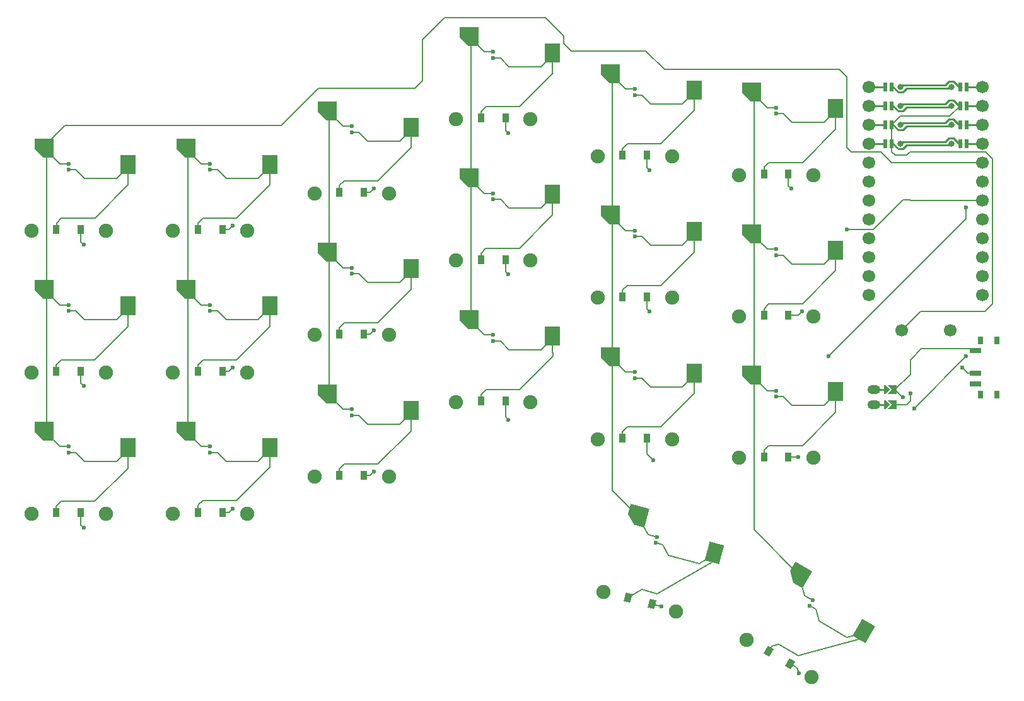
<source format=gbr>
%TF.GenerationSoftware,KiCad,Pcbnew,8.0.6*%
%TF.CreationDate,2024-12-04T22:19:36+00:00*%
%TF.ProjectId,prototype_routed,70726f74-6f74-4797-9065-5f726f757465,v1.0.0*%
%TF.SameCoordinates,Original*%
%TF.FileFunction,Copper,L2,Bot*%
%TF.FilePolarity,Positive*%
%FSLAX46Y46*%
G04 Gerber Fmt 4.6, Leading zero omitted, Abs format (unit mm)*
G04 Created by KiCad (PCBNEW 8.0.6) date 2024-12-04 22:19:36*
%MOMM*%
%LPD*%
G01*
G04 APERTURE LIST*
G04 Aperture macros list*
%AMRotRect*
0 Rectangle, with rotation*
0 The origin of the aperture is its center*
0 $1 length*
0 $2 width*
0 $3 Rotation angle, in degrees counterclockwise*
0 Add horizontal line*
21,1,$1,$2,0,0,$3*%
%AMOutline5P*
0 Free polygon, 5 corners , with rotation*
0 The origin of the aperture is its center*
0 number of corners: always 5*
0 $1 to $10 corner X, Y*
0 $11 Rotation angle, in degrees counterclockwise*
0 create outline with 5 corners*
4,1,5,$1,$2,$3,$4,$5,$6,$7,$8,$9,$10,$1,$2,$11*%
%AMOutline6P*
0 Free polygon, 6 corners , with rotation*
0 The origin of the aperture is its center*
0 number of corners: always 6*
0 $1 to $12 corner X, Y*
0 $13 Rotation angle, in degrees counterclockwise*
0 create outline with 6 corners*
4,1,6,$1,$2,$3,$4,$5,$6,$7,$8,$9,$10,$11,$12,$1,$2,$13*%
%AMOutline7P*
0 Free polygon, 7 corners , with rotation*
0 The origin of the aperture is its center*
0 number of corners: always 7*
0 $1 to $14 corner X, Y*
0 $15 Rotation angle, in degrees counterclockwise*
0 create outline with 7 corners*
4,1,7,$1,$2,$3,$4,$5,$6,$7,$8,$9,$10,$11,$12,$13,$14,$1,$2,$15*%
%AMOutline8P*
0 Free polygon, 8 corners , with rotation*
0 The origin of the aperture is its center*
0 number of corners: always 8*
0 $1 to $16 corner X, Y*
0 $17 Rotation angle, in degrees counterclockwise*
0 create outline with 8 corners*
4,1,8,$1,$2,$3,$4,$5,$6,$7,$8,$9,$10,$11,$12,$13,$14,$15,$16,$1,$2,$17*%
%AMFreePoly0*
4,1,6,0.600000,-1.000000,0.000000,-0.400000,-0.600000,-1.000000,-0.600000,0.250000,0.600000,0.250000,0.600000,-1.000000,0.600000,-1.000000,$1*%
%AMFreePoly1*
4,1,6,0.600000,-0.200000,0.600000,-0.400000,-0.600000,-0.400000,-0.600000,-0.200000,0.000000,0.400000,0.600000,-0.200000,0.600000,-0.200000,$1*%
G04 Aperture macros list end*
%TA.AperFunction,SMDPad,CuDef*%
%ADD10R,0.900000X1.200000*%
%TD*%
%TA.AperFunction,SMDPad,CuDef*%
%ADD11R,0.800000X1.000000*%
%TD*%
%TA.AperFunction,SMDPad,CuDef*%
%ADD12R,1.500000X0.700000*%
%TD*%
%TA.AperFunction,SMDPad,CuDef*%
%ADD13RotRect,0.900000X1.200000X165.000000*%
%TD*%
%TA.AperFunction,SMDPad,CuDef*%
%ADD14FreePoly0,270.000000*%
%TD*%
%TA.AperFunction,ComponentPad*%
%ADD15O,1.750000X1.200000*%
%TD*%
%TA.AperFunction,SMDPad,CuDef*%
%ADD16FreePoly1,270.000000*%
%TD*%
%TA.AperFunction,SMDPad,CuDef*%
%ADD17RotRect,0.900000X1.200000X150.000000*%
%TD*%
%TA.AperFunction,ComponentPad*%
%ADD18C,1.700000*%
%TD*%
%TA.AperFunction,SMDPad,CuDef*%
%ADD19R,0.600000X1.200000*%
%TD*%
%TA.AperFunction,ComponentPad*%
%ADD20C,0.800000*%
%TD*%
%TA.AperFunction,ComponentPad*%
%ADD21C,1.900000*%
%TD*%
%TA.AperFunction,SMDPad,CuDef*%
%ADD22Outline5P,-1.300000X1.300000X1.300000X1.300000X1.300000X-1.300000X-0.117000X-1.300000X-1.300000X-0.117000X0.000000*%
%TD*%
%TA.AperFunction,SMDPad,CuDef*%
%ADD23R,2.000000X2.600000*%
%TD*%
%TA.AperFunction,SMDPad,CuDef*%
%ADD24Outline5P,-1.300000X1.300000X1.300000X1.300000X1.300000X-1.300000X-0.117000X-1.300000X-1.300000X-0.117000X330.000000*%
%TD*%
%TA.AperFunction,SMDPad,CuDef*%
%ADD25RotRect,2.000000X2.600000X330.000000*%
%TD*%
%TA.AperFunction,SMDPad,CuDef*%
%ADD26Outline5P,-1.300000X1.300000X1.300000X1.300000X1.300000X-1.300000X-0.117000X-1.300000X-1.300000X-0.117000X345.000000*%
%TD*%
%TA.AperFunction,SMDPad,CuDef*%
%ADD27RotRect,2.000000X2.600000X345.000000*%
%TD*%
%TA.AperFunction,ViaPad*%
%ADD28C,0.600000*%
%TD*%
%TA.AperFunction,Conductor*%
%ADD29C,0.200000*%
%TD*%
%TA.AperFunction,Conductor*%
%ADD30C,0.250000*%
%TD*%
G04 APERTURE END LIST*
D10*
%TO.P,D7,1*%
%TO.N,R2*%
X188662500Y-160662501D03*
%TO.P,D7,2*%
%TO.N,ring_bottom*%
X185362500Y-160662499D03*
%TD*%
D11*
%TO.P,PWR1,*%
%TO.N,*%
X271427498Y-149812500D03*
X271427499Y-142512500D03*
X273637499Y-142512500D03*
X273637499Y-149812500D03*
D12*
%TO.P,PWR1,1*%
%TO.N,BAT_P*%
X270777499Y-143912500D03*
%TO.P,PWR1,2*%
%TO.N,RAW*%
X270777499Y-146912500D03*
%TO.P,PWR1,3*%
%TO.N,N/C*%
X270777499Y-148412500D03*
%TD*%
D10*
%TO.P,D14,1*%
%TO.N,R1*%
X226662500Y-136662500D03*
%TO.P,D14,2*%
%TO.N,index_home*%
X223362500Y-136662498D03*
%TD*%
%TO.P,D11,1*%
%TO.N,R1*%
X207662499Y-131662501D03*
%TO.P,D11,2*%
%TO.N,middle_home*%
X204362499Y-131662499D03*
%TD*%
%TO.P,D12,1*%
%TO.N,R0*%
X207662501Y-112662501D03*
%TO.P,D12,2*%
%TO.N,middle_top*%
X204362501Y-112662499D03*
%TD*%
D13*
%TO.P,D19,1*%
%TO.N,R3*%
X227312183Y-177919179D03*
%TO.P,D19,2*%
%TO.N,layer_cluster*%
X224124627Y-177065079D03*
%TD*%
D10*
%TO.P,D8,1*%
%TO.N,R1*%
X188662500Y-141662501D03*
%TO.P,D8,2*%
%TO.N,ring_home*%
X185362500Y-141662499D03*
%TD*%
%TO.P,D9,1*%
%TO.N,R0*%
X188662500Y-122662501D03*
%TO.P,D9,2*%
%TO.N,ring_top*%
X185362500Y-122662499D03*
%TD*%
%TO.P,D5,1*%
%TO.N,R1*%
X169662501Y-146662501D03*
%TO.P,D5,2*%
%TO.N,pinky_home*%
X166362501Y-146662499D03*
%TD*%
%TO.P,D16,1*%
%TO.N,R2*%
X245662500Y-158162500D03*
%TO.P,D16,2*%
%TO.N,indexfar_bottom*%
X242362500Y-158162498D03*
%TD*%
D14*
%TO.P,JST1,1*%
%TO.N,BAT_P*%
X259928499Y-149162499D03*
%TO.P,JST1,2*%
%TO.N,GND*%
X259928499Y-151162499D03*
D15*
%TO.P,JST1,11*%
%TO.N,JST1_1*%
X257112499Y-151162499D03*
%TO.P,JST1,12*%
%TO.N,JST1_2*%
X257112499Y-149162499D03*
D16*
%TO.P,JST1,31*%
%TO.N,JST1_1*%
X258912499Y-151162500D03*
%TO.P,JST1,32*%
%TO.N,JST1_2*%
X258912499Y-149162499D03*
%TD*%
D17*
%TO.P,D20,1*%
%TO.N,R3*%
X245892108Y-185967238D03*
%TO.P,D20,2*%
%TO.N,space_cluster*%
X243034224Y-184317240D03*
%TD*%
D10*
%TO.P,D18,1*%
%TO.N,R0*%
X245662499Y-120162500D03*
%TO.P,D18,2*%
%TO.N,indexfar_top*%
X242362499Y-120162498D03*
%TD*%
%TO.P,D15,1*%
%TO.N,R0*%
X226662500Y-117662500D03*
%TO.P,D15,2*%
%TO.N,index_top*%
X223362500Y-117662498D03*
%TD*%
%TO.P,D6,1*%
%TO.N,R0*%
X169662500Y-127662500D03*
%TO.P,D6,2*%
%TO.N,pinky_top*%
X166362500Y-127662498D03*
%TD*%
%TO.P,D13,1*%
%TO.N,R2*%
X226662499Y-155662501D03*
%TO.P,D13,2*%
%TO.N,index_bottom*%
X223362499Y-155662499D03*
%TD*%
D18*
%TO.P,RST1,1*%
%TO.N,RST*%
X267362500Y-141162500D03*
%TO.P,RST1,2*%
%TO.N,GND*%
X260862500Y-141162500D03*
%TD*%
D10*
%TO.P,D1,1*%
%TO.N,R2*%
X150662500Y-165662501D03*
%TO.P,D1,2*%
%TO.N,outer_bottom*%
X147362500Y-165662499D03*
%TD*%
%TO.P,D2,1*%
%TO.N,R1*%
X150662500Y-146662502D03*
%TO.P,D2,2*%
%TO.N,outer_home*%
X147362500Y-146662500D03*
%TD*%
%TO.P,D4,1*%
%TO.N,R2*%
X169662501Y-165662501D03*
%TO.P,D4,2*%
%TO.N,pinky_bottom*%
X166362501Y-165662499D03*
%TD*%
%TO.P,D10,1*%
%TO.N,R2*%
X207662499Y-150662501D03*
%TO.P,D10,2*%
%TO.N,middle_bottom*%
X204362499Y-150662499D03*
%TD*%
%TO.P,D17,1*%
%TO.N,R1*%
X245662500Y-139162502D03*
%TO.P,D17,2*%
%TO.N,indexfar_home*%
X242362500Y-139162500D03*
%TD*%
%TO.P,D3,1*%
%TO.N,R0*%
X150662500Y-127662501D03*
%TO.P,D3,2*%
%TO.N,outer_top*%
X147362500Y-127662499D03*
%TD*%
D18*
%TO.P,MCU1,1*%
%TO.N,MCU1_1*%
X271732500Y-108462500D03*
%TO.P,MCU1,2*%
%TO.N,MCU1_2*%
X271732500Y-111002499D03*
%TO.P,MCU1,3*%
%TO.N,MCU1_3*%
X271732500Y-113542500D03*
%TO.P,MCU1,4*%
%TO.N,MCU1_4*%
X271732500Y-116082500D03*
%TO.P,MCU1,5*%
%TO.N,C0*%
X271732500Y-118622500D03*
%TO.P,MCU1,6*%
%TO.N,C1*%
X271732500Y-121162500D03*
%TO.P,MCU1,7*%
%TO.N,C2*%
X271732500Y-123702499D03*
%TO.P,MCU1,8*%
%TO.N,C3*%
X271732500Y-126242500D03*
%TO.P,MCU1,9*%
%TO.N,C4*%
X271732500Y-128782500D03*
%TO.P,MCU1,10*%
%TO.N,C5*%
X271732500Y-131322500D03*
%TO.P,MCU1,11*%
%TO.N,P16*%
X271732500Y-133862500D03*
%TO.P,MCU1,12*%
%TO.N,P10*%
X271732500Y-136402500D03*
%TO.P,MCU1,13*%
%TO.N,P9*%
X256492499Y-136402500D03*
%TO.P,MCU1,14*%
%TO.N,R3*%
X256492500Y-133862500D03*
%TO.P,MCU1,15*%
%TO.N,R2*%
X256492500Y-131322501D03*
%TO.P,MCU1,16*%
%TO.N,R1*%
X256492500Y-128782500D03*
%TO.P,MCU1,17*%
%TO.N,R0*%
X256492500Y-126242500D03*
%TO.P,MCU1,18*%
%TO.N,P4*%
X256492500Y-123702500D03*
%TO.P,MCU1,19*%
%TO.N,P3*%
X256492500Y-121162500D03*
%TO.P,MCU1,20*%
%TO.N,P2*%
X256492500Y-118622501D03*
%TO.P,MCU1,21*%
%TO.N,MCU1_21*%
X256492500Y-116082500D03*
D19*
X258632500Y-116082500D03*
%TO.N,MCU1_4*%
X269592501Y-116082499D03*
D18*
%TO.P,MCU1,22*%
%TO.N,MCU1_22*%
X256492500Y-113542500D03*
D19*
X258632500Y-113542500D03*
%TO.N,MCU1_3*%
X269592500Y-113542500D03*
D18*
%TO.P,MCU1,23*%
%TO.N,MCU1_23*%
X256492500Y-111002500D03*
D19*
X258632500Y-111002500D03*
%TO.N,MCU1_2*%
X269592500Y-111002500D03*
D18*
%TO.P,MCU1,24*%
%TO.N,MCU1_24*%
X256492500Y-108462500D03*
D19*
X258632500Y-108462500D03*
%TO.N,MCU1_1*%
X269592500Y-108462500D03*
%TO.P,MCU1,101*%
%TO.N,P1*%
X259532500Y-108462500D03*
D20*
X267512500Y-108462500D03*
D19*
%TO.P,MCU1,102*%
%TO.N,P0*%
X259532500Y-111002500D03*
D20*
X267512500Y-111002500D03*
D19*
%TO.P,MCU1,103*%
%TO.N,GND*%
X259532501Y-113542500D03*
D20*
X267512500Y-113542500D03*
D19*
%TO.P,MCU1,104*%
X259532500Y-116082500D03*
D20*
X267512500Y-116082500D03*
%TO.P,MCU1,121*%
%TO.N,VCC*%
X260712500Y-116082499D03*
D19*
X268692500Y-116082501D03*
D20*
%TO.P,MCU1,122*%
%TO.N,RST*%
X260712501Y-113542500D03*
D19*
X268692500Y-113542499D03*
D20*
%TO.P,MCU1,123*%
%TO.N,GND*%
X260712500Y-111002500D03*
D19*
X268692501Y-111002499D03*
D20*
%TO.P,MCU1,124*%
%TO.N,RAW*%
X260712500Y-108462500D03*
D19*
X268692500Y-108462500D03*
%TD*%
D21*
%TO.P,S11,*%
%TO.N,*%
X201012500Y-131812501D03*
X211012500Y-131812501D03*
D22*
%TO.P,S11,1*%
%TO.N,C3*%
X202737500Y-120712501D03*
D23*
%TO.P,S11,2*%
%TO.N,middle_home*%
X213987500Y-122912500D03*
%TD*%
D21*
%TO.P,S16,*%
%TO.N,*%
X239012500Y-158312499D03*
X249012500Y-158312499D03*
D22*
%TO.P,S16,1*%
%TO.N,C5*%
X240737500Y-147212499D03*
D23*
%TO.P,S16,2*%
%TO.N,indexfar_bottom*%
X251987500Y-149412498D03*
%TD*%
D21*
%TO.P,S14,*%
%TO.N,*%
X220012499Y-136812499D03*
X230012499Y-136812499D03*
D22*
%TO.P,S14,1*%
%TO.N,C4*%
X221737499Y-125712499D03*
D23*
%TO.P,S14,2*%
%TO.N,index_home*%
X232987499Y-127912498D03*
%TD*%
D21*
%TO.P,S13,*%
%TO.N,*%
X220012500Y-155812500D03*
X230012500Y-155812500D03*
D22*
%TO.P,S13,1*%
%TO.N,C4*%
X221737500Y-144712500D03*
D23*
%TO.P,S13,2*%
%TO.N,index_bottom*%
X232987500Y-146912499D03*
%TD*%
D21*
%TO.P,S4,*%
%TO.N,*%
X163012500Y-165812500D03*
X173012500Y-165812500D03*
D22*
%TO.P,S4,1*%
%TO.N,C1*%
X164737500Y-154712500D03*
D23*
%TO.P,S4,2*%
%TO.N,pinky_bottom*%
X175987500Y-156912499D03*
%TD*%
D21*
%TO.P,S9,*%
%TO.N,*%
X182012500Y-122812500D03*
X192012500Y-122812500D03*
D22*
%TO.P,S9,1*%
%TO.N,C2*%
X183737500Y-111712500D03*
D23*
%TO.P,S9,2*%
%TO.N,ring_top*%
X194987500Y-113912499D03*
%TD*%
D21*
%TO.P,S15,*%
%TO.N,*%
X220012500Y-117812499D03*
X230012500Y-117812499D03*
D22*
%TO.P,S15,1*%
%TO.N,C4*%
X221737500Y-106712499D03*
D23*
%TO.P,S15,2*%
%TO.N,index_top*%
X232987500Y-108912498D03*
%TD*%
D21*
%TO.P,S18,*%
%TO.N,*%
X239012501Y-120312500D03*
X249012501Y-120312500D03*
D22*
%TO.P,S18,1*%
%TO.N,C5*%
X240737501Y-109212500D03*
D23*
%TO.P,S18,2*%
%TO.N,indexfar_top*%
X251987501Y-111412499D03*
%TD*%
D21*
%TO.P,S10,*%
%TO.N,*%
X201012500Y-150812500D03*
X211012500Y-150812500D03*
D22*
%TO.P,S10,1*%
%TO.N,C3*%
X202737500Y-139712500D03*
D23*
%TO.P,S10,2*%
%TO.N,middle_bottom*%
X213987500Y-141912499D03*
%TD*%
D21*
%TO.P,S20,*%
%TO.N,*%
X240058040Y-182772144D03*
X248718294Y-187772144D03*
D24*
%TO.P,S20,1*%
%TO.N,C5*%
X247101934Y-174021762D03*
D25*
%TO.P,S20,2*%
%TO.N,space_cluster*%
X255744720Y-181552018D03*
%TD*%
D21*
%TO.P,S19,*%
%TO.N,*%
X220849954Y-176342923D03*
X230509212Y-178931113D03*
D26*
%TO.P,S19,1*%
%TO.N,C4*%
X225389067Y-166067609D03*
D27*
%TO.P,S19,2*%
%TO.N,layer_cluster*%
X235686331Y-171104360D03*
%TD*%
D21*
%TO.P,S6,*%
%TO.N,*%
X163012501Y-127812500D03*
X173012501Y-127812500D03*
D22*
%TO.P,S6,1*%
%TO.N,C1*%
X164737501Y-116712500D03*
D23*
%TO.P,S6,2*%
%TO.N,pinky_top*%
X175987501Y-118912499D03*
%TD*%
D21*
%TO.P,S2,*%
%TO.N,*%
X144012499Y-146812501D03*
X154012499Y-146812501D03*
D22*
%TO.P,S2,1*%
%TO.N,C0*%
X145737499Y-135712501D03*
D23*
%TO.P,S2,2*%
%TO.N,outer_home*%
X156987499Y-137912500D03*
%TD*%
D21*
%TO.P,S1,*%
%TO.N,*%
X144012499Y-165812500D03*
X154012499Y-165812500D03*
D22*
%TO.P,S1,1*%
%TO.N,C0*%
X145737499Y-154712500D03*
D23*
%TO.P,S1,2*%
%TO.N,outer_bottom*%
X156987499Y-156912499D03*
%TD*%
D21*
%TO.P,S17,*%
%TO.N,*%
X239012500Y-139312500D03*
X249012500Y-139312500D03*
D22*
%TO.P,S17,1*%
%TO.N,C5*%
X240737500Y-128212500D03*
D23*
%TO.P,S17,2*%
%TO.N,indexfar_home*%
X251987500Y-130412499D03*
%TD*%
D21*
%TO.P,S8,*%
%TO.N,*%
X182012499Y-141812501D03*
X192012499Y-141812501D03*
D22*
%TO.P,S8,1*%
%TO.N,C2*%
X183737499Y-130712501D03*
D23*
%TO.P,S8,2*%
%TO.N,ring_home*%
X194987499Y-132912500D03*
%TD*%
D21*
%TO.P,S3,*%
%TO.N,*%
X144012500Y-127812501D03*
X154012500Y-127812501D03*
D22*
%TO.P,S3,1*%
%TO.N,C0*%
X145737500Y-116712501D03*
D23*
%TO.P,S3,2*%
%TO.N,outer_top*%
X156987500Y-118912500D03*
%TD*%
D21*
%TO.P,S12,*%
%TO.N,*%
X201012499Y-112812500D03*
X211012499Y-112812500D03*
D22*
%TO.P,S12,1*%
%TO.N,C3*%
X202737499Y-101712500D03*
D23*
%TO.P,S12,2*%
%TO.N,middle_top*%
X213987499Y-103912499D03*
%TD*%
D21*
%TO.P,S7,*%
%TO.N,*%
X182012501Y-160812499D03*
X192012501Y-160812499D03*
D22*
%TO.P,S7,1*%
%TO.N,C2*%
X183737501Y-149712499D03*
D23*
%TO.P,S7,2*%
%TO.N,ring_bottom*%
X194987501Y-151912498D03*
%TD*%
D21*
%TO.P,S5,*%
%TO.N,*%
X163012499Y-146812501D03*
X173012499Y-146812501D03*
D22*
%TO.P,S5,1*%
%TO.N,C1*%
X164737499Y-135712501D03*
D23*
%TO.P,S5,2*%
%TO.N,pinky_home*%
X175987499Y-137912500D03*
%TD*%
D28*
%TO.N,C0*%
X149012500Y-156787501D03*
X149012500Y-118787500D03*
X149012500Y-137787501D03*
%TO.N,outer_bottom*%
X149012500Y-157587500D03*
%TO.N,GND*%
X262012500Y-149662500D03*
%TO.N,outer_home*%
X149012500Y-138587501D03*
%TO.N,outer_top*%
X149012499Y-119587500D03*
%TO.N,C1*%
X251012500Y-144662499D03*
X168012499Y-156787501D03*
X269512500Y-124662501D03*
X168012500Y-137787500D03*
X168012499Y-118787500D03*
%TO.N,pinky_bottom*%
X168012500Y-157587500D03*
%TO.N,pinky_home*%
X168012500Y-138587500D03*
%TO.N,pinky_top*%
X168012499Y-119587499D03*
%TO.N,C2*%
X187012500Y-113787500D03*
X187012500Y-132787500D03*
X187012499Y-151787500D03*
X253512500Y-127662501D03*
%TO.N,ring_bottom*%
X187012500Y-152587500D03*
%TO.N,ring_home*%
X187012500Y-133587500D03*
%TO.N,ring_top*%
X187012500Y-114587499D03*
%TO.N,C3*%
X206012499Y-103787499D03*
X206012500Y-141787501D03*
X206012499Y-122787499D03*
%TO.N,middle_bottom*%
X206012499Y-142587500D03*
%TO.N,middle_home*%
X206012501Y-123587500D03*
%TO.N,middle_top*%
X206012500Y-104587500D03*
%TO.N,C4*%
X225012499Y-146787500D03*
X225012498Y-108787501D03*
X228015425Y-168919536D03*
X225012499Y-127787500D03*
%TO.N,index_bottom*%
X225012500Y-147587500D03*
%TO.N,index_home*%
X225012501Y-128587500D03*
%TO.N,index_top*%
X225012501Y-109587499D03*
%TO.N,C5*%
X244012500Y-149287500D03*
X244012500Y-111287499D03*
X244012500Y-130287499D03*
X248900666Y-177456264D03*
%TO.N,indexfar_bottom*%
X244012500Y-150087499D03*
%TO.N,indexfar_home*%
X244012499Y-131087500D03*
%TO.N,indexfar_top*%
X244012500Y-112087500D03*
%TO.N,layer_cluster*%
X227808369Y-169692278D03*
%TO.N,space_cluster*%
X248500667Y-178149084D03*
%TO.N,R2*%
X190012499Y-160162501D03*
X247012499Y-158162499D03*
X171012499Y-165162500D03*
X151012500Y-167662501D03*
X227512499Y-158662501D03*
X208012498Y-153162500D03*
%TO.N,R1*%
X190012499Y-141162500D03*
X151012500Y-148662500D03*
X208012499Y-133662500D03*
X171012500Y-146162501D03*
X227012500Y-138662500D03*
X247512499Y-138662499D03*
%TO.N,R0*%
X151012500Y-129662501D03*
X246012499Y-122162500D03*
X227012499Y-119662500D03*
X171012500Y-127162500D03*
X208012499Y-114662500D03*
X190012500Y-122162500D03*
%TO.N,R3*%
X247032155Y-187212176D03*
X228617675Y-178278579D03*
%TO.N,RAW*%
X269012500Y-146162499D03*
%TO.N,BAT_P*%
X261012500Y-150162499D03*
X269512500Y-144662499D03*
X262512500Y-151662499D03*
%TD*%
D29*
%TO.N,C0*%
X177512500Y-113662500D02*
X182512499Y-108662500D01*
X199512501Y-99162499D02*
X213012499Y-99162500D01*
X229012500Y-106162499D02*
X252512499Y-106162501D01*
X146012500Y-154437500D02*
X145737499Y-154712499D01*
X226512500Y-103662500D02*
X229012500Y-106162499D01*
X259512499Y-118662499D02*
X259552500Y-118622500D01*
X216512499Y-103662500D02*
X226512500Y-103662500D01*
X252512499Y-106162501D02*
X253512501Y-107162499D01*
X145737499Y-116712500D02*
X146012499Y-116987500D01*
X254082500Y-117232500D02*
X258082500Y-117232499D01*
X145737499Y-116712500D02*
X147812500Y-118787499D01*
X145737499Y-116712500D02*
X145737499Y-116437500D01*
X145737499Y-154712499D02*
X147812500Y-156787501D01*
X147812500Y-118787499D02*
X149012500Y-118787500D01*
X145737500Y-135712499D02*
X146012499Y-135987501D01*
X258082500Y-117232499D02*
X259512499Y-118662499D01*
X145737499Y-116437500D02*
X148512500Y-113662499D01*
X196512499Y-107662500D02*
X196512499Y-102162499D01*
X215512500Y-102662501D02*
X216512499Y-103662500D01*
X146012499Y-135987501D02*
X146012500Y-154437500D01*
X145737500Y-135712499D02*
X147812499Y-137787499D01*
X147812499Y-137787499D02*
X149012500Y-137787501D01*
X253512498Y-116662500D02*
X254082500Y-117232500D01*
X182512499Y-108662500D02*
X195512500Y-108662500D01*
X195512500Y-108662500D02*
X196512499Y-107662500D01*
X196512499Y-102162499D02*
X199512501Y-99162499D01*
X253512501Y-107162499D02*
X253512498Y-116662500D01*
X147812500Y-156787501D02*
X149012500Y-156787501D01*
X213012499Y-99162500D02*
X215512500Y-101662499D01*
X146012499Y-116987500D02*
X146012500Y-135437500D01*
X259552500Y-118622500D02*
X271732500Y-118622500D01*
X148512500Y-113662499D02*
X177512500Y-113662500D01*
X146012500Y-135437500D02*
X145737500Y-135712499D01*
X215512500Y-101662499D02*
X215512500Y-102662501D01*
%TO.N,outer_bottom*%
X152512500Y-164162501D02*
X156987499Y-159687501D01*
X149973666Y-157587500D02*
X149012500Y-157587500D01*
X156987499Y-159687501D02*
X156987500Y-156912500D01*
X147362500Y-164812501D02*
X148012500Y-164162500D01*
X148012500Y-164162500D02*
X152512500Y-164162501D01*
X155433499Y-158766499D02*
X151152666Y-158766500D01*
X151152666Y-158766500D02*
X149973666Y-157587500D01*
X157287500Y-156912501D02*
X155433499Y-158766499D01*
X147362500Y-165662500D02*
X147362500Y-164812501D01*
D30*
%TO.N,GND*%
X268887500Y-111002501D02*
X268537805Y-111002499D01*
D29*
X261512499Y-117662499D02*
X260012499Y-117662499D01*
X263362500Y-138662500D02*
X272012499Y-138662501D01*
X259532499Y-113542501D02*
X259532499Y-116082499D01*
D30*
X261012805Y-114267500D02*
X261507805Y-113772500D01*
X259687195Y-113542500D02*
X260412194Y-114267499D01*
X260412195Y-116807501D02*
X261012805Y-116807499D01*
D29*
X259928500Y-151162501D02*
X261512499Y-151162499D01*
X272012499Y-138662501D02*
X273012500Y-137662500D01*
X268692500Y-111002499D02*
X267302500Y-112392501D01*
X260682499Y-112392499D02*
X259532499Y-113542501D01*
D30*
X259337499Y-113542500D02*
X259687195Y-113542500D01*
X266707194Y-110782500D02*
X260932500Y-110782500D01*
X259687194Y-116082499D02*
X260412195Y-116807501D01*
D29*
X261512499Y-151162499D02*
X262012500Y-150662499D01*
X273012501Y-118162500D02*
X272082499Y-117232500D01*
D30*
X261507804Y-116312500D02*
X267282500Y-116312499D01*
D29*
X262012500Y-150662499D02*
X262012500Y-149662500D01*
D30*
X268537805Y-111002499D02*
X267812805Y-110277500D01*
D29*
X273012500Y-137662500D02*
X273012501Y-118162500D01*
X260012499Y-117662499D02*
X259532500Y-117182501D01*
D30*
X261507805Y-113772500D02*
X267282499Y-113772499D01*
D29*
X272082499Y-117232500D02*
X261942500Y-117232501D01*
D30*
X267212195Y-110277499D02*
X266707194Y-110782500D01*
D29*
X261942500Y-117232501D02*
X261512499Y-117662499D01*
D30*
X259337499Y-116082500D02*
X259687194Y-116082499D01*
D29*
X267302500Y-112392501D02*
X260682499Y-112392499D01*
X259532500Y-117182501D02*
X259532499Y-116082499D01*
D30*
X267812805Y-110277500D02*
X267212195Y-110277499D01*
D29*
X260862499Y-141162500D02*
X263362500Y-138662500D01*
D30*
X260412194Y-114267499D02*
X261012805Y-114267500D01*
X261012805Y-116807499D02*
X261507804Y-116312500D01*
D29*
%TO.N,outer_home*%
X156987501Y-140687500D02*
X156987500Y-137912500D01*
X148012501Y-145162500D02*
X152512500Y-145162500D01*
X149973666Y-138587501D02*
X149012500Y-138587501D01*
X157287499Y-137912500D02*
X155433500Y-139766499D01*
X152512500Y-145162500D02*
X156987501Y-140687500D01*
X147362500Y-145812500D02*
X148012501Y-145162500D01*
X155433500Y-139766499D02*
X151152665Y-139766501D01*
X147362499Y-146662499D02*
X147362500Y-145812500D01*
X151152665Y-139766501D02*
X149973666Y-138587501D01*
%TO.N,outer_top*%
X147387499Y-127637499D02*
X147387499Y-126787500D01*
X152537500Y-126137501D02*
X157012499Y-121662501D01*
X157287499Y-118912500D02*
X155433501Y-120766499D01*
X155433501Y-120766499D02*
X151152665Y-120766501D01*
X147387499Y-126787500D02*
X148037500Y-126137500D01*
X149973666Y-119587501D02*
X149012499Y-119587500D01*
X148037500Y-126137500D02*
X152537500Y-126137501D01*
X151152665Y-120766501D02*
X149973666Y-119587501D01*
X157012499Y-121662501D02*
X156987499Y-121637500D01*
X156987499Y-121637500D02*
X156987499Y-118912499D01*
%TO.N,C1*%
X166812499Y-137787500D02*
X168012500Y-137787500D01*
X165012499Y-135437501D02*
X164737500Y-135712500D01*
X164737499Y-116712500D02*
X165012500Y-116987499D01*
X164737499Y-116712500D02*
X166812500Y-118787500D01*
X269512501Y-126162499D02*
X269512500Y-124662501D01*
X165012500Y-116987499D02*
X165012499Y-135437501D01*
X164737500Y-135712500D02*
X165012499Y-135987500D01*
X165012499Y-135987500D02*
X165012500Y-154437500D01*
X164737499Y-154712500D02*
X166812499Y-156787499D01*
X166812500Y-118787500D02*
X168012499Y-118787500D01*
X251012500Y-144662499D02*
X269512501Y-126162499D01*
X165012500Y-154437500D02*
X164737499Y-154712500D01*
X166812499Y-156787499D02*
X168012499Y-156787501D01*
X164737500Y-135712500D02*
X166812499Y-137787500D01*
%TO.N,pinky_bottom*%
X168973667Y-157587499D02*
X168012500Y-157587500D01*
X174433499Y-158766499D02*
X170152665Y-158766499D01*
X171512500Y-164012500D02*
X175987500Y-159537499D01*
X166362500Y-164662499D02*
X167012500Y-164012499D01*
X175987500Y-159537499D02*
X175987500Y-156912500D01*
X176287500Y-156912501D02*
X174433499Y-158766499D01*
X167012500Y-164012499D02*
X171512500Y-164012500D01*
X166362499Y-165512499D02*
X166362500Y-164662499D01*
X170152665Y-158766499D02*
X168973667Y-157587499D01*
%TO.N,pinky_home*%
X176287499Y-137912499D02*
X174433499Y-139766499D01*
X168973666Y-138587500D02*
X168012500Y-138587500D01*
X175987500Y-140687499D02*
X175987500Y-137912499D01*
X167012500Y-145162499D02*
X171512500Y-145162500D01*
X171512500Y-145162500D02*
X175987500Y-140687499D01*
X174433499Y-139766499D02*
X170152665Y-139766501D01*
X166362500Y-145812499D02*
X167012500Y-145162499D01*
X170152665Y-139766501D02*
X168973666Y-138587500D01*
X166362499Y-146662499D02*
X166362500Y-145812499D01*
%TO.N,pinky_top*%
X176012500Y-121662500D02*
X175987500Y-121637499D01*
X166387499Y-127637499D02*
X166387500Y-126787499D01*
X171537500Y-126137500D02*
X176012500Y-121662500D01*
X167037500Y-126137500D02*
X171537500Y-126137500D01*
X174433499Y-120766500D02*
X170152665Y-120766500D01*
X170152665Y-120766500D02*
X168973665Y-119587499D01*
X176287499Y-118912500D02*
X174433499Y-120766500D01*
X166387500Y-126787499D02*
X167037500Y-126137500D01*
X175987500Y-121637499D02*
X175987500Y-118912499D01*
X168973665Y-119587499D02*
X168012499Y-119587499D01*
%TO.N,C2*%
X257042500Y-127632501D02*
X261012500Y-123662500D01*
X261012500Y-123662500D02*
X262012500Y-123662500D01*
X253542500Y-127632499D02*
X257042500Y-127632501D01*
X183737499Y-130712500D02*
X185812499Y-132787499D01*
X183737499Y-130712500D02*
X184012500Y-130987500D01*
X185812499Y-132787499D02*
X187012500Y-132787500D01*
X262052499Y-123702499D02*
X271732499Y-123702501D01*
X183737499Y-149712500D02*
X185812500Y-151787501D01*
X184012501Y-149437499D02*
X183737499Y-149712500D01*
X184012500Y-130437500D02*
X183737499Y-130712500D01*
X262012500Y-123662500D02*
X262052499Y-123702499D01*
X185812500Y-151787501D02*
X187012499Y-151787500D01*
X184012500Y-130987500D02*
X184012501Y-149437499D01*
X185812499Y-113787499D02*
X187012500Y-113787500D01*
X253512500Y-127662501D02*
X253542500Y-127632499D01*
X184012499Y-111987499D02*
X184012500Y-130437500D01*
X183737499Y-111712501D02*
X185812499Y-113787499D01*
X183737499Y-111712501D02*
X184012499Y-111987499D01*
%TO.N,ring_bottom*%
X193433500Y-153766501D02*
X189152666Y-153766500D01*
X190512499Y-159162500D02*
X194987501Y-154687500D01*
X187973666Y-152587499D02*
X187012500Y-152587500D01*
X185362500Y-159812499D02*
X186012500Y-159162501D01*
X194987501Y-154687500D02*
X194987500Y-151912501D01*
X186012500Y-159162501D02*
X190512499Y-159162500D01*
X189152666Y-153766500D02*
X187973666Y-152587499D01*
X195287500Y-151912501D02*
X193433500Y-153766501D01*
X185362500Y-160662499D02*
X185362500Y-159812499D01*
%TO.N,ring_home*%
X194987500Y-135687499D02*
X194987500Y-132912500D01*
X185362501Y-141662500D02*
X185362500Y-140812499D01*
X187973666Y-133587500D02*
X187012500Y-133587500D01*
X190512499Y-140162501D02*
X194987500Y-135687499D01*
X186012501Y-140162499D02*
X190512499Y-140162501D01*
X195287499Y-132912500D02*
X193433499Y-134766500D01*
X185362500Y-140812499D02*
X186012501Y-140162499D01*
X189152667Y-134766500D02*
X187973666Y-133587500D01*
X193433499Y-134766500D02*
X189152667Y-134766500D01*
%TO.N,ring_top*%
X194987499Y-116612500D02*
X194987499Y-113912499D01*
X193433499Y-115766500D02*
X189152665Y-115766499D01*
X189152665Y-115766499D02*
X187973667Y-114587500D01*
X186012499Y-121087500D02*
X190512500Y-121087499D01*
X195287500Y-113912501D02*
X193433499Y-115766500D01*
X185362500Y-122587500D02*
X185362500Y-121737499D01*
X187973667Y-114587500D02*
X187012500Y-114587499D01*
X190512500Y-121087499D02*
X194987499Y-116612500D01*
X185362500Y-121737499D02*
X186012499Y-121087500D01*
%TO.N,C3*%
X203012500Y-101987500D02*
X203012500Y-120437501D01*
X204812499Y-141787500D02*
X206012500Y-141787501D01*
X202737500Y-101712501D02*
X203012500Y-101987500D01*
X202737500Y-120712500D02*
X204812500Y-122787500D01*
X203012500Y-120437501D02*
X202737500Y-120712500D01*
X204812500Y-103787499D02*
X206012499Y-103787499D01*
X203012499Y-139437500D02*
X202737500Y-139712501D01*
X202737500Y-101712501D02*
X204812500Y-103787499D01*
X203012501Y-120987500D02*
X203012499Y-139437500D01*
X202737500Y-139712501D02*
X204812499Y-141787500D01*
X202737500Y-120712500D02*
X203012501Y-120987500D01*
X204812500Y-122787500D02*
X206012499Y-122787499D01*
%TO.N,middle_bottom*%
X204387500Y-150637499D02*
X204387499Y-149787499D01*
X214012500Y-144662499D02*
X214012500Y-144162500D01*
X213987499Y-144137501D02*
X213987499Y-141912500D01*
X212433500Y-143766501D02*
X208152667Y-143766499D01*
X205037500Y-149137499D02*
X209537499Y-149137500D01*
X206973666Y-142587499D02*
X206012499Y-142587500D01*
X208152667Y-143766499D02*
X206973666Y-142587499D01*
X214012500Y-144162500D02*
X213987499Y-144137501D01*
X209537499Y-149137500D02*
X214012500Y-144662499D01*
X204387499Y-149787499D02*
X205037500Y-149137499D01*
X214287499Y-141912500D02*
X212433500Y-143766501D01*
%TO.N,middle_home*%
X214287500Y-122912500D02*
X212433500Y-124766500D01*
X208152666Y-124766500D02*
X206973665Y-123587500D01*
X205012499Y-130162499D02*
X209512499Y-130162499D01*
X209512499Y-130162499D02*
X213987499Y-125687499D01*
X204362501Y-130812499D02*
X205012499Y-130162499D01*
X204362500Y-131662499D02*
X204362501Y-130812499D01*
X213987499Y-125687499D02*
X213987500Y-122912500D01*
X206973665Y-123587500D02*
X206012501Y-123587500D01*
X212433500Y-124766500D02*
X208152666Y-124766500D01*
%TO.N,middle_top*%
X204387501Y-112637500D02*
X204387499Y-111787500D01*
X212433500Y-105766500D02*
X208152666Y-105766501D01*
X208152666Y-105766501D02*
X206973666Y-104587500D01*
X206973666Y-104587500D02*
X206012500Y-104587500D01*
X205037499Y-111137500D02*
X209537499Y-111137500D01*
X209537499Y-111137500D02*
X214012500Y-106662500D01*
X214012500Y-106662500D02*
X213987499Y-106637500D01*
X213987499Y-106637500D02*
X213987500Y-103912499D01*
X204387499Y-111787500D02*
X205037499Y-111137500D01*
X214287500Y-103912501D02*
X212433500Y-105766500D01*
%TO.N,C4*%
X223812499Y-108787501D02*
X225012498Y-108787501D01*
X226856313Y-168608955D02*
X228015425Y-168919536D01*
X223812500Y-127787500D02*
X225012499Y-127787500D01*
X222012500Y-106987499D02*
X222012500Y-125437500D01*
X222012500Y-144987500D02*
X222012499Y-162691043D01*
X222012500Y-125437500D02*
X221737500Y-125712500D01*
X222012501Y-125987500D02*
X222012500Y-144437499D01*
X225389065Y-166067608D02*
X226856313Y-168608955D01*
X221737500Y-125712500D02*
X223812500Y-127787500D01*
X222012500Y-144437499D02*
X221737501Y-144712499D01*
X221737499Y-106712499D02*
X223812499Y-108787501D01*
X221737499Y-106712499D02*
X222012500Y-106987499D01*
X221737501Y-144712499D02*
X223812500Y-146787501D01*
X221737501Y-144712499D02*
X222012500Y-144987500D01*
X221737500Y-125712500D02*
X222012501Y-125987500D01*
X222012499Y-162691043D02*
X225389065Y-166067608D01*
X223812500Y-146787501D02*
X225012499Y-146787500D01*
%TO.N,index_bottom*%
X224037500Y-154137499D02*
X228537500Y-154137500D01*
X233012500Y-149162500D02*
X232987500Y-149137500D01*
X225973665Y-147587500D02*
X225012500Y-147587500D01*
X233287501Y-146912499D02*
X231433500Y-148766500D01*
X232987500Y-149137500D02*
X232987500Y-146912501D01*
X227152666Y-148766500D02*
X225973665Y-147587500D01*
X233012500Y-149662499D02*
X233012500Y-149162500D01*
X223387499Y-154787500D02*
X224037500Y-154137499D01*
X223387500Y-155637501D02*
X223387499Y-154787500D01*
X231433500Y-148766500D02*
X227152666Y-148766500D01*
X228537500Y-154137500D02*
X233012500Y-149662499D01*
%TO.N,index_home*%
X233012500Y-130662500D02*
X232987500Y-130637500D01*
X232987500Y-130637500D02*
X232987500Y-127912500D01*
X233287500Y-127912500D02*
X231433500Y-129766500D01*
X231433500Y-129766500D02*
X227152666Y-129766500D01*
X225973667Y-128587500D02*
X225012501Y-128587500D01*
X223387500Y-136637501D02*
X223387500Y-135787500D01*
X227152666Y-129766500D02*
X225973667Y-128587500D01*
X223387500Y-135787500D02*
X224037499Y-135137501D01*
X224037499Y-135137501D02*
X228537500Y-135137500D01*
X228537500Y-135137500D02*
X233012500Y-130662500D01*
%TO.N,index_top*%
X233012500Y-111662500D02*
X232987500Y-111637499D01*
X233287500Y-108912501D02*
X231433500Y-110766501D01*
X223387500Y-117637500D02*
X223387500Y-116787499D01*
X225973667Y-109587499D02*
X225012501Y-109587499D01*
X228537500Y-116137500D02*
X233012500Y-111662500D01*
X231433500Y-110766501D02*
X227152666Y-110766499D01*
X223387500Y-116787499D02*
X224037500Y-116137501D01*
X227152666Y-110766499D02*
X225973667Y-109587499D01*
X224037500Y-116137501D02*
X228537500Y-116137500D01*
X232987500Y-111637499D02*
X232987500Y-108912500D01*
%TO.N,C5*%
X241012500Y-128487501D02*
X241012500Y-146937499D01*
X241012500Y-147487500D02*
X241012500Y-167932328D01*
X247861436Y-176856264D02*
X248900666Y-177456264D01*
X240737500Y-147212500D02*
X241012500Y-147487500D01*
X241012500Y-127937500D02*
X240737500Y-128212499D01*
X242812501Y-130287500D02*
X244012500Y-130287499D01*
X241012500Y-109487500D02*
X241012500Y-127937500D01*
X242812501Y-111287499D02*
X244012500Y-111287499D01*
X240737500Y-109212500D02*
X242812501Y-111287499D01*
X240737500Y-109212500D02*
X241012500Y-109487500D01*
X240737500Y-128212499D02*
X242812501Y-130287500D01*
X241012500Y-167932328D02*
X247101935Y-174021762D01*
X242812498Y-149287501D02*
X244012500Y-149287500D01*
X241012500Y-146937499D02*
X240737500Y-147212500D01*
X240737500Y-128212499D02*
X241012500Y-128487501D01*
X240737500Y-147212500D02*
X242812498Y-149287501D01*
X247101934Y-174021762D02*
X247861436Y-176856264D01*
%TO.N,indexfar_bottom*%
X242387499Y-157287499D02*
X243037500Y-156637500D01*
X247537500Y-156637499D02*
X252012499Y-152162499D01*
X242387501Y-158137499D02*
X242387499Y-157287499D01*
X251987499Y-149412501D02*
X251987499Y-152137499D01*
X246152665Y-151266499D02*
X244973666Y-150087499D01*
X251987499Y-152137499D02*
X252012499Y-152162499D01*
X252287499Y-149412499D02*
X250433500Y-151266500D01*
X243037500Y-156637500D02*
X247537500Y-156637499D01*
X244973666Y-150087499D02*
X244012500Y-150087499D01*
X250433500Y-151266500D02*
X246152665Y-151266499D01*
%TO.N,indexfar_home*%
X244973665Y-131087500D02*
X244012499Y-131087500D01*
X243037499Y-137637500D02*
X247537500Y-137637500D01*
X252287500Y-130412499D02*
X250433500Y-132266500D01*
X246152665Y-132266500D02*
X244973665Y-131087500D01*
X247537500Y-137637500D02*
X252012499Y-133162499D01*
X252012499Y-133162499D02*
X251987499Y-133137499D01*
X242387499Y-138287500D02*
X243037499Y-137637500D01*
X250433500Y-132266500D02*
X246152665Y-132266500D01*
X251987499Y-133137499D02*
X251987499Y-130412500D01*
X242387499Y-139137501D02*
X242387499Y-138287500D01*
%TO.N,indexfar_top*%
X243037499Y-118637501D02*
X247537499Y-118637499D01*
X244973665Y-112087499D02*
X244012500Y-112087500D01*
X242387500Y-119287500D02*
X243037499Y-118637501D01*
X251987499Y-114137499D02*
X251987499Y-111412500D01*
X252287500Y-111412499D02*
X250433500Y-113266500D01*
X252012499Y-114162500D02*
X251987499Y-114137499D01*
X247537499Y-118637499D02*
X252012499Y-114162500D01*
X250433500Y-113266500D02*
X246152666Y-113266500D01*
X242387500Y-120137501D02*
X242387500Y-119287500D01*
X246152666Y-113266500D02*
X244973665Y-112087499D01*
%TO.N,layer_cluster*%
X229570462Y-171385019D02*
X228736784Y-169941045D01*
X233705431Y-172492983D02*
X229570462Y-171385019D01*
X235686330Y-171104360D02*
X235352895Y-172348758D01*
X225950397Y-176010970D02*
X224124627Y-177065080D01*
X228736784Y-169941045D02*
X227808369Y-169692278D01*
X228039979Y-176570872D02*
X225950397Y-176010970D01*
X235352895Y-172348758D02*
X228039979Y-176570872D01*
X235976107Y-171182006D02*
X233705431Y-172492983D01*
%TO.N,space_cluster*%
X246949624Y-184855125D02*
X255098269Y-182671702D01*
X249333061Y-178629667D02*
X248500667Y-178149084D01*
X256004526Y-181702016D02*
X253471915Y-182380627D01*
X249764604Y-180240210D02*
X249333061Y-178629667D01*
X243450274Y-183596621D02*
X244351548Y-183355125D01*
X243034225Y-184317241D02*
X243450274Y-183596621D01*
X255098269Y-182671702D02*
X255744720Y-181552017D01*
X244351548Y-183355125D02*
X246949624Y-184855125D01*
X253471915Y-182380627D02*
X249764604Y-180240210D01*
%TO.N,R2*%
X207662500Y-152812500D02*
X208012498Y-153162500D01*
X150662499Y-165662499D02*
X150662500Y-167312500D01*
X245662500Y-158162500D02*
X247012499Y-158162499D01*
X170512500Y-165662500D02*
X171012499Y-165162500D01*
X226662500Y-157812501D02*
X227512499Y-158662501D01*
X207662500Y-150662501D02*
X207662500Y-152812500D01*
X189512500Y-160662501D02*
X190012499Y-160162501D01*
X226662499Y-155662500D02*
X226662500Y-157812501D01*
X188662499Y-160662500D02*
X189512500Y-160662501D01*
X169662499Y-165662499D02*
X170512500Y-165662500D01*
X150662500Y-167312500D02*
X151012500Y-167662501D01*
%TO.N,R1*%
X245662500Y-139162500D02*
X247012499Y-139162500D01*
X226662500Y-138312499D02*
X227012500Y-138662500D01*
X188662499Y-141662500D02*
X189512501Y-141662499D01*
X207662499Y-133312499D02*
X208012499Y-133662500D01*
X169662500Y-146662499D02*
X170512500Y-146662499D01*
X150662500Y-148312500D02*
X151012500Y-148662500D01*
X247012499Y-139162500D02*
X247512499Y-138662499D01*
X170512500Y-146662499D02*
X171012500Y-146162501D01*
X207662500Y-131662500D02*
X207662499Y-133312499D01*
X189512501Y-141662499D02*
X190012499Y-141162500D01*
X150662501Y-146662499D02*
X150662500Y-148312500D01*
X226662499Y-136662501D02*
X226662500Y-138312499D01*
%TO.N,R0*%
X207662500Y-112662501D02*
X207662501Y-114312499D01*
X150662500Y-127662500D02*
X150662499Y-129312499D01*
X226662499Y-117662500D02*
X226662500Y-119312500D01*
X226662500Y-119312500D02*
X227012499Y-119662500D01*
X245662500Y-120162501D02*
X245662499Y-121812500D01*
X245662499Y-121812500D02*
X246012499Y-122162500D01*
X207662501Y-114312499D02*
X208012499Y-114662500D01*
X170512500Y-127662500D02*
X171012500Y-127162500D01*
X150662499Y-129312499D02*
X151012500Y-129662501D01*
X169662500Y-127662500D02*
X170512500Y-127662500D01*
X188662499Y-122662501D02*
X189512500Y-122662500D01*
X189512500Y-122662500D02*
X190012500Y-122162500D01*
%TO.N,R3*%
X245892109Y-185967239D02*
X246846169Y-186518066D01*
X246846169Y-186518066D02*
X247032155Y-187212176D01*
X227312182Y-177919180D02*
X228611123Y-178267231D01*
X228611123Y-178267231D02*
X228617675Y-178278579D01*
D30*
%TO.N,RAW*%
X267212195Y-107737500D02*
X266707195Y-108242501D01*
D29*
X269012500Y-146162499D02*
X269762500Y-146912500D01*
D30*
X267812804Y-107737500D02*
X267212195Y-107737500D01*
X268887499Y-108462500D02*
X268537805Y-108462501D01*
X268537805Y-108462501D02*
X267812804Y-107737500D01*
D29*
X269762500Y-146912500D02*
X270777500Y-146912500D01*
D30*
X266707195Y-108242501D02*
X260932500Y-108242500D01*
%TO.N,RST*%
X268887499Y-113542500D02*
X268537805Y-113542499D01*
X267812805Y-112817500D02*
X267212195Y-112817500D01*
X268537805Y-113542499D02*
X267812805Y-112817500D01*
X266707195Y-113322501D02*
X260932499Y-113322499D01*
X267212195Y-112817500D02*
X266707195Y-113322501D01*
%TO.N,VCC*%
X267812805Y-115357499D02*
X267212195Y-115357501D01*
X268887499Y-116082500D02*
X268537806Y-116082500D01*
X268537806Y-116082500D02*
X267812805Y-115357499D01*
X266707195Y-115862501D02*
X260932500Y-115862500D01*
X267212195Y-115357501D02*
X266707195Y-115862501D01*
%TO.N,P1*%
X259687195Y-108462499D02*
X260412195Y-109187500D01*
X259337499Y-108462499D02*
X259687195Y-108462499D01*
X261012805Y-109187500D02*
X261507804Y-108692501D01*
X260412195Y-109187500D02*
X261012805Y-109187500D01*
X261507804Y-108692501D02*
X267282500Y-108692500D01*
%TO.N,P0*%
X261012804Y-111727499D02*
X261507806Y-111232499D01*
X259687195Y-111002500D02*
X260412194Y-111727499D01*
X259337500Y-111002501D02*
X259687195Y-111002500D01*
X260412194Y-111727499D02*
X261012804Y-111727499D01*
X261507806Y-111232499D02*
X267282500Y-111232499D01*
%TO.N,MCU1_24*%
X256492500Y-108462500D02*
X258612500Y-108462500D01*
%TO.N,MCU1_1*%
X271732499Y-108462499D02*
X269612499Y-108462500D01*
%TO.N,MCU1_23*%
X256492500Y-111002501D02*
X258612500Y-111002499D01*
%TO.N,MCU1_2*%
X271732499Y-111002500D02*
X269612499Y-111002500D01*
%TO.N,MCU1_22*%
X256492500Y-113542500D02*
X258612500Y-113542499D01*
%TO.N,MCU1_3*%
X271732500Y-113542500D02*
X269612500Y-113542500D01*
%TO.N,MCU1_21*%
X256492500Y-116082500D02*
X258612500Y-116082501D01*
%TO.N,MCU1_4*%
X271732499Y-116082501D02*
X269612500Y-116082499D01*
D29*
%TO.N,BAT_P*%
X262012500Y-145162500D02*
X263512500Y-143662500D01*
X270527501Y-143662500D02*
X270777499Y-143912501D01*
X262012499Y-147078500D02*
X262012500Y-145162500D01*
X263512500Y-143662500D02*
X270527501Y-143662500D01*
X269512500Y-144662499D02*
X262512500Y-151662499D01*
X270527500Y-144162501D02*
X270777499Y-143912501D01*
X261012500Y-150162499D02*
X260928499Y-150162499D01*
X259928500Y-149162501D02*
X262012499Y-147078500D01*
X260928499Y-150162499D02*
X259928500Y-149162501D01*
D30*
%TO.N,JST1_1*%
X258912500Y-151162501D02*
X257112499Y-151162500D01*
%TO.N,JST1_2*%
X258912500Y-149162500D02*
X257112500Y-149162500D01*
%TD*%
M02*

</source>
